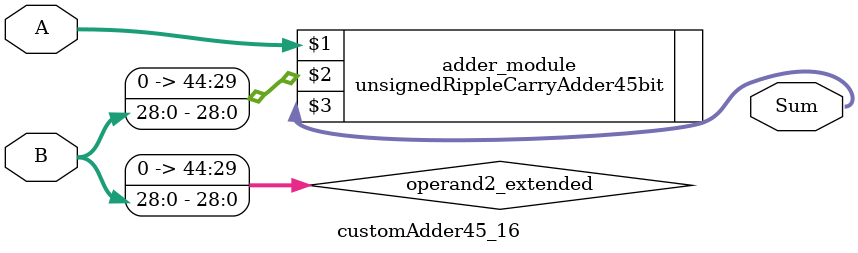
<source format=v>
module customAdder45_16(
                        input [44 : 0] A,
                        input [28 : 0] B,
                        
                        output [45 : 0] Sum
                );

        wire [44 : 0] operand2_extended;
        
        assign operand2_extended =  {16'b0, B};
        
        unsignedRippleCarryAdder45bit adder_module(
            A,
            operand2_extended,
            Sum
        );
        
        endmodule
        
</source>
